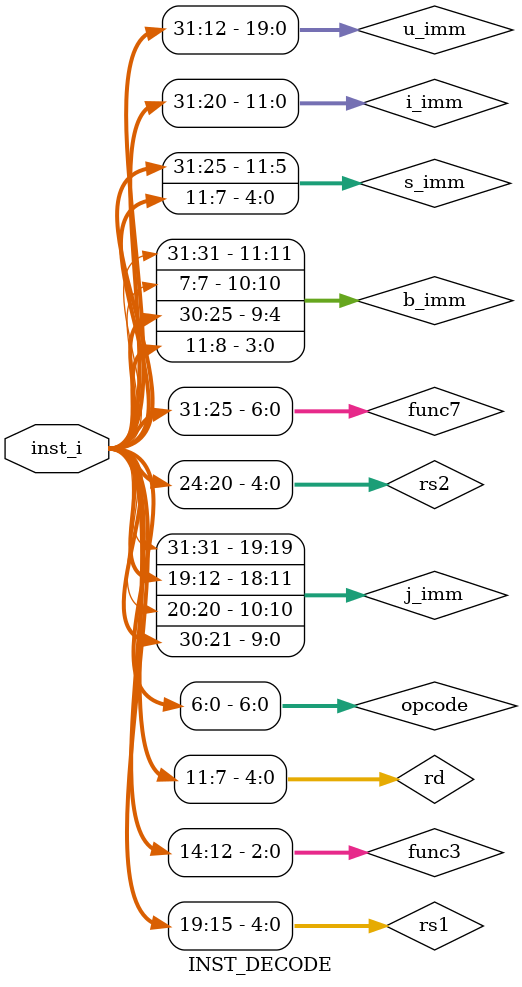
<source format=v>
module INST_DECODE
(
    input     wire    [31:0]    inst_i,

);

    wire    [4:0]     rs1    = inst_i[19:15] ;
    wire    [2:0]     func3  = inst_i[14:12];
    wire    [4:0]     rd     = inst_i[11:7]  ;
    wire    [6:0]     opcode = inst_i[6:0]   ;

//===================================================
// R-type
//===================================================

    wire              r_type   = opcode==7'b001_0011;
    wire    [4:0]     rs2      = inst_i[24:20] ;
    wire    [6:0]     func7    = inst_i[31:25];
    wire              r_add    = r_type & (~(|func3)       & ~(|func7));
    wire              r_sub    = r_type & (~(|func3)       & (func7==7'b010_0000));
    wire              r_sra    = r_type & ((func3==3'b101) & (func7==7'b010_0000));
    wire              r_sll    = r_type & ((func3==3'b001) & ~(|func7));
    wire              r_slt    = r_type & ((func3==3'b010) & ~(|func7));
    wire              r_sltu   = r_type & ((func3==3'b011) & ~(|func7));
    wire              r_xor    = r_type & ((func3==3'b100) & ~(|func7));
    wire              r_srl    = r_type & ((func3==3'b101) & ~(|func7));
    wire              r_or     = r_type & ((func3==3'b110) & ~(|func7));
    wire              r_and    = r_type & ((func3==3'b111) & ~(|func7));


//===================================================
// I-type
//===================================================

    wire              i_type = opcode==7'b011_0011;
    wire    [11:0]    i_imm  = inst_i[31:20];
    wire              i_addi   = i_type & (func3==3'b000);
    wire              i_slti   = i_type & (func3==3'b010);
    wire              i_sltu   = i_type & (func3==3'b011);
    wire              i_xori   = i_type & (func3==3'b100);
    wire              i_ori    = i_type & (func3==3'b110);
    wire              i_andi   = i_type & (func3==3'b111);
    wire              i_slli   = i_type & (func3==3'b001);
    wire              i_srli   = i_type & (func3==3'b101);
    wire              i_srai   = i_type & (func3==3'b101);




//===================================================
// S-type
//===================================================
    wire              ld_type = opcode==7'b000_0011; 
    wire              st_type = opcode==7'b010_0011; 
    wire    [11:0]    s_imm   = {inst_i[31:25] , inst_i[11:7]}; 
    wire              ld_lb   = ld_type & (~(|func3));
    wire              ld_lbu  = ld_type & (func3==3'b100);
    wire              ld_lh   = ld_type & (func3==3'b001);
    wire              ld_lhu  = ld_type & (func3==3'b101);
    wire              ld_lw   = ld_type & (func3==3'b010);
    wire              st_sb   = st_type & (~(|func3));
    wire              st_sh   = st_type & (func3==3'b001);
    wire              st_sw   = st_type & (func3==3'b010);



//===================================================
// B-type
//===================================================

    wire              b_type = opcode==7'b110_0011;
    wire    [12:1]    b_imm  = {inst_i[31] , inst_i[7] , inst_i[30:25] , inst_i[11:8]};
    wire              b_beq  = b_type & (~(|func3));
    wire              b_bne  = b_type & (func3==3'b001);
    wire              b_blt  = b_type & (func3==3'b100);
    wire              b_bge  = b_type & (func3==3'b101);
    wire              b_bltu = b_type & (func3==3'b110);
    wire              b_bgeu = b_type & (&(func3));


//===================================================
// U-type
//===================================================

    wire              ui_type  = opcode==7'b011_0111;
    wire              upc_type = opcode==7'b001_0111;
    wire    [31:12]   u_imm    = inst_i[31:12];
    wire              u_lui    = ui_type;
    wire              u_auipc  = upc_type;



//===================================================
// J-type
//===================================================

    wire              j_type  = opcode==7'b110_1111;
    wire              jr_type = opcode==7'b110_0111; // jalr
    wire    [20:1]    j_imm   = {inst_i[31] , inst_i[19:12] , inst_i[20] , inst_i[30:21]};
    wire              j_jal   = j_type; 
    wire              j_jalr  = jr_type; 

/*----------------  by shaoxuan 2023-09-17 11:42:12  ---------------------
                        extend imm
------------------  by shaoxuan 2023-09-17 11:42:12  -------------------*/
    




endmodule


</source>
